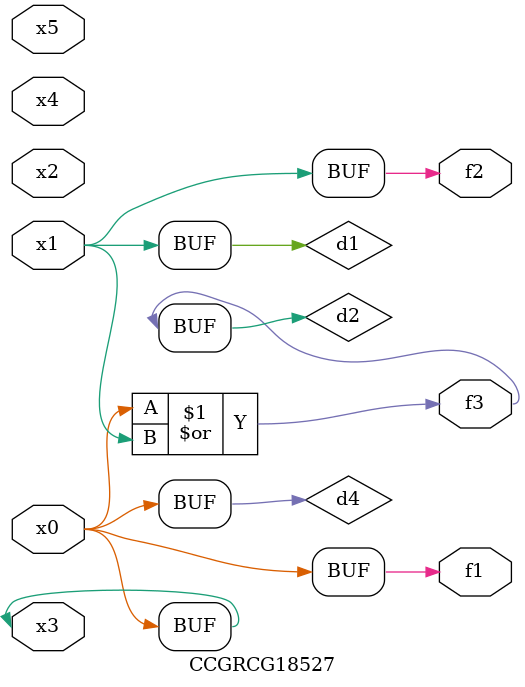
<source format=v>
module CCGRCG18527(
	input x0, x1, x2, x3, x4, x5,
	output f1, f2, f3
);

	wire d1, d2, d3, d4;

	and (d1, x1);
	or (d2, x0, x1);
	nand (d3, x0, x5);
	buf (d4, x0, x3);
	assign f1 = d4;
	assign f2 = d1;
	assign f3 = d2;
endmodule

</source>
